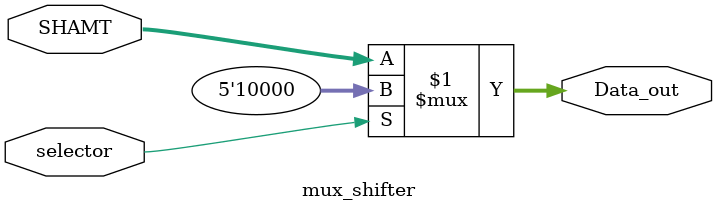
<source format=v>
module mux_shifter(
    input wire selector,
    input wire [4:0] SHAMT,
    output reg [4:0] Data_out
);

    assign Data_out = (selector) ? 5'b10000 : SHAMT;

endmodule
</source>
